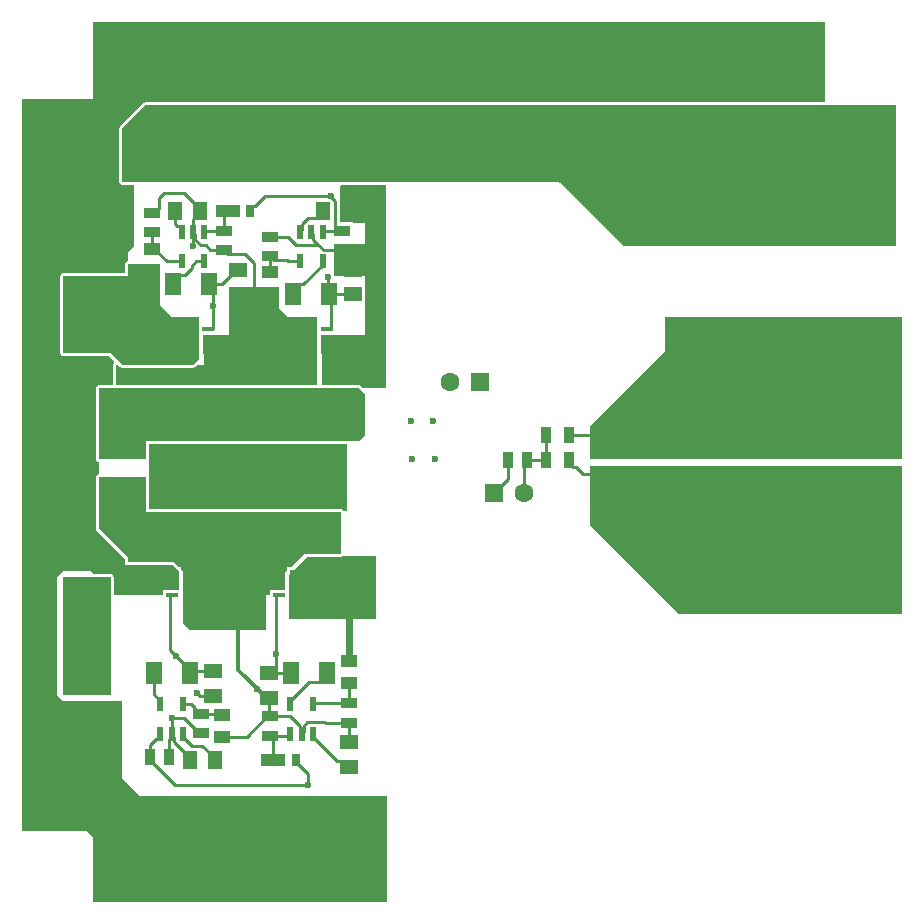
<source format=gtl>
G04*
G04 #@! TF.GenerationSoftware,Altium Limited,Altium Designer,20.1.12 (249)*
G04*
G04 Layer_Physical_Order=1*
G04 Layer_Color=255*
%FSLAX44Y44*%
%MOMM*%
G71*
G04*
G04 #@! TF.SameCoordinates,CC81BD5A-250F-4E5F-800E-8ED098A84927*
G04*
G04*
G04 #@! TF.FilePolarity,Positive*
G04*
G01*
G75*
%ADD13R,1.0000X0.3400*%
%ADD14R,0.8000X1.1000*%
%ADD15R,2.0000X1.1000*%
%ADD16R,2.8200X1.4300*%
%ADD17R,0.9500X1.4500*%
%ADD18R,1.2065X1.5082*%
%ADD19R,0.6000X1.2000*%
%ADD20R,1.4500X1.0500*%
%ADD21R,1.3561X1.8582*%
%ADD22R,1.5082X1.2065*%
%ADD23R,1.9062X1.5046*%
%ADD24R,3.6100X0.8100*%
%ADD25R,3.5200X1.2500*%
%ADD26R,1.3900X0.9600*%
%ADD27R,0.9600X1.3900*%
%ADD28R,5.4000X2.9000*%
%ADD50R,0.3400X2.2900*%
%ADD51R,0.3400X1.6400*%
%ADD52C,0.2540*%
%ADD53C,0.3000*%
%ADD54C,0.6000*%
%ADD55C,1.6000*%
%ADD56R,1.6000X1.6000*%
%ADD57C,1.2000*%
%ADD58R,1.2000X1.2000*%
%ADD59R,3.0000X3.0000*%
%ADD60C,3.0000*%
%ADD61R,2.4000X2.4000*%
%ADD62C,2.4000*%
%ADD63C,0.6000*%
G36*
X745000Y560000D02*
X515000D01*
X460000Y615000D01*
X90000D01*
Y660000D01*
X110000Y680000D01*
X745000D01*
Y560000D01*
D02*
G37*
G36*
X122000Y510000D02*
X132000Y500000D01*
X155000D01*
Y465000D01*
X150000Y460000D01*
X90000D01*
X80000Y470000D01*
X40000D01*
Y535000D01*
X95000D01*
Y545000D01*
X122000D01*
Y510000D01*
D02*
G37*
G36*
X223000Y507000D02*
X230000Y500000D01*
X255000D01*
Y442590D01*
X85000D01*
Y460000D01*
X86337D01*
X88169Y458169D01*
X89009Y457607D01*
X90000Y457410D01*
X150000D01*
X150991Y457607D01*
X151831Y458169D01*
X153663Y460000D01*
X159000D01*
Y468550D01*
X157850D01*
Y484950D01*
X159000D01*
Y485000D01*
X180000D01*
Y526000D01*
X223000D01*
Y507000D01*
D02*
G37*
G36*
X313000Y440000D02*
X293662D01*
X291831Y441831D01*
X290991Y442393D01*
X290000Y442590D01*
X259000D01*
Y468550D01*
X258100D01*
Y484950D01*
X259000D01*
Y485000D01*
X295000D01*
Y510919D01*
X295081D01*
Y528064D01*
X295000D01*
Y535000D01*
X269249D01*
X269000Y536254D01*
Y562000D01*
X295000D01*
Y580000D01*
X285490D01*
Y580440D01*
X274205D01*
Y598744D01*
X274000Y599772D01*
Y611000D01*
X275000Y612000D01*
X313000D01*
Y440000D01*
D02*
G37*
G36*
X750000Y382000D02*
Y381000D01*
Y380000D01*
X486000D01*
Y408000D01*
X549000Y471000D01*
Y500000D01*
X750000D01*
Y382000D01*
D02*
G37*
G36*
X295000Y435000D02*
Y400000D01*
X290000Y395000D01*
X110000D01*
Y380000D01*
X70000D01*
Y440000D01*
X290000D01*
X295000Y435000D01*
D02*
G37*
G36*
X280250Y336000D02*
X277387D01*
X276831Y336831D01*
X275991Y337393D01*
X275000Y337590D01*
X112590D01*
Y365000D01*
X112393Y365991D01*
X112250Y366205D01*
Y378796D01*
X112393Y379009D01*
X112590Y380000D01*
Y392410D01*
X280250D01*
Y336000D01*
D02*
G37*
G36*
X685000Y682590D02*
X110000D01*
X109009Y682393D01*
X108169Y681831D01*
X88169Y661831D01*
X87607Y660991D01*
X87410Y660000D01*
Y615000D01*
X87607Y614009D01*
X88169Y613169D01*
X89009Y612607D01*
X90000Y612410D01*
X100000D01*
Y560000D01*
X95000Y555000D01*
Y547590D01*
X94009Y547393D01*
X93169Y546831D01*
X92607Y545991D01*
X92410Y545000D01*
Y537590D01*
X40000D01*
X39009Y537393D01*
X38169Y536831D01*
X37607Y535991D01*
X37410Y535000D01*
Y470000D01*
X37607Y469009D01*
X38169Y468169D01*
X39009Y467607D01*
X40000Y467410D01*
X78927D01*
X83289Y463049D01*
X83169Y461831D01*
X82607Y460991D01*
X82410Y460000D01*
Y442590D01*
X70000D01*
X69009Y442393D01*
X68169Y441831D01*
X67607Y440991D01*
X67410Y440000D01*
Y380000D01*
X67607Y379009D01*
X68169Y378169D01*
X69009Y377607D01*
X70000Y377410D01*
Y367590D01*
X69009Y367393D01*
X68169Y366831D01*
X67607Y365991D01*
X67410Y365000D01*
Y321250D01*
X67607Y320259D01*
X68169Y319419D01*
X92410Y295177D01*
Y292500D01*
X92607Y291509D01*
X93169Y290669D01*
X94009Y290107D01*
X95000Y289910D01*
X132677D01*
X135929Y286659D01*
X136769Y286097D01*
X136936Y286064D01*
X137050Y285950D01*
X137250D01*
Y285750D01*
X137300Y285700D01*
X137333Y285534D01*
X137475Y285321D01*
X137572Y285086D01*
X137753Y284905D01*
X137894Y284693D01*
X138000Y284587D01*
Y268990D01*
X134627D01*
X133900Y269135D01*
X130600D01*
X129873Y268990D01*
X124710D01*
Y265000D01*
X83000Y265000D01*
X82590Y265410D01*
Y280000D01*
X82393Y280991D01*
X81831Y281831D01*
X80991Y282393D01*
X80000Y282590D01*
X65410D01*
X63000Y285000D01*
X40000Y285000D01*
X35000Y280000D01*
Y180000D01*
X40000Y175000D01*
X90000D01*
Y110000D01*
X105000Y95000D01*
X314000D01*
Y5000D01*
X65000Y5000D01*
Y60000D01*
X60000Y65000D01*
X5000D01*
Y685000D01*
X65000D01*
X65000Y750000D01*
X685000D01*
Y682590D01*
D02*
G37*
G36*
X750000Y249000D02*
X561000D01*
X486000Y324000D01*
Y374000D01*
X750000D01*
Y249000D01*
D02*
G37*
G36*
X305000Y245000D02*
X231414D01*
X231000Y246000D01*
Y282000D01*
X231650Y282650D01*
Y286450D01*
X235450D01*
X246410Y297410D01*
X275000D01*
X275991Y297607D01*
X276579Y298000D01*
X305000D01*
Y245000D01*
D02*
G37*
G36*
X110000Y335000D02*
X275000D01*
Y300000D01*
X243750D01*
X232790Y289040D01*
X231650D01*
X231400Y288990D01*
X229110D01*
Y286700D01*
X229060Y286450D01*
Y285310D01*
X227750Y284000D01*
Y270050D01*
X227500D01*
Y269490D01*
X215210D01*
Y265000D01*
X211250D01*
Y235000D01*
X147500D01*
X141250Y241250D01*
Y263050D01*
X141150D01*
Y285100D01*
X139726Y286525D01*
X139643Y286941D01*
X139490Y287169D01*
Y288490D01*
X137760D01*
X133750Y292500D01*
X95000D01*
Y296250D01*
X70000Y321250D01*
Y365000D01*
X110000D01*
Y335000D01*
D02*
G37*
G36*
X80000Y180000D02*
X40000D01*
Y280000D01*
X80000D01*
Y180000D01*
D02*
G37*
D13*
X222750Y265250D02*
D03*
X132250Y264750D02*
D03*
X263100Y489750D02*
D03*
X162850D02*
D03*
D14*
X198000Y590000D02*
D03*
X236750Y125000D02*
D03*
D15*
X179000Y590000D02*
D03*
X217750Y125000D02*
D03*
D16*
X60000Y267100D02*
D03*
Y292900D02*
D03*
Y457100D02*
D03*
Y482900D02*
D03*
Y547900D02*
D03*
Y522100D02*
D03*
Y167100D02*
D03*
Y192900D02*
D03*
X501115Y367100D02*
D03*
Y392900D02*
D03*
X535358Y367100D02*
D03*
Y392900D02*
D03*
D17*
X467750Y378957D02*
D03*
X448250D02*
D03*
Y400000D02*
D03*
X467750D02*
D03*
D18*
X134491Y590000D02*
D03*
X155509D02*
D03*
X147241Y125000D02*
D03*
X168259D02*
D03*
X280509Y590000D02*
D03*
X259491D02*
D03*
D19*
X159500Y547500D02*
D03*
X140500D02*
D03*
Y572500D02*
D03*
X150000D02*
D03*
X159500D02*
D03*
X232250Y147500D02*
D03*
X241750D02*
D03*
X251250D02*
D03*
Y172500D02*
D03*
X232250D02*
D03*
X122250Y147500D02*
D03*
X131750D02*
D03*
X141250D02*
D03*
Y172500D02*
D03*
X122250D02*
D03*
X259500Y572500D02*
D03*
X250000D02*
D03*
X240500D02*
D03*
Y547500D02*
D03*
X259500D02*
D03*
D20*
X174000Y163250D02*
D03*
Y144750D02*
D03*
X281750Y190750D02*
D03*
Y209250D02*
D03*
X115000Y539750D02*
D03*
Y558250D02*
D03*
X215000Y519750D02*
D03*
Y538250D02*
D03*
D21*
X132739Y528000D02*
D03*
X163261D02*
D03*
X232489Y199084D02*
D03*
X263011D02*
D03*
X147011D02*
D03*
X116489D02*
D03*
X234739Y520000D02*
D03*
X265261D02*
D03*
D22*
X281750Y140509D02*
D03*
Y119491D02*
D03*
X188000Y519491D02*
D03*
Y540509D02*
D03*
X213750Y198508D02*
D03*
Y177491D02*
D03*
X285000Y540509D02*
D03*
Y519491D02*
D03*
X166750Y200508D02*
D03*
Y179491D02*
D03*
D23*
X255000Y319992D02*
D03*
Y350008D02*
D03*
X215000Y319992D02*
D03*
Y350008D02*
D03*
X170000Y319992D02*
D03*
Y350008D02*
D03*
X130323Y319992D02*
D03*
Y350008D02*
D03*
D24*
X258370Y417500D02*
D03*
Y372500D02*
D03*
D25*
X216628Y414800D02*
D03*
Y375200D02*
D03*
X175385Y414800D02*
D03*
Y375200D02*
D03*
X134143Y414800D02*
D03*
Y375200D02*
D03*
D26*
X176000Y573100D02*
D03*
Y556900D02*
D03*
X214750Y145900D02*
D03*
Y162100D02*
D03*
X276000Y573100D02*
D03*
Y556900D02*
D03*
X281750Y173100D02*
D03*
Y156900D02*
D03*
X115000Y571900D02*
D03*
Y588100D02*
D03*
X156750Y164100D02*
D03*
Y147900D02*
D03*
X215000Y551900D02*
D03*
Y568100D02*
D03*
D27*
X113650Y127458D02*
D03*
X129850D02*
D03*
X432407Y379000D02*
D03*
X416208D02*
D03*
D28*
X615000Y580793D02*
D03*
Y481792D02*
D03*
D50*
X233350Y275000D02*
D03*
X142850Y274500D02*
D03*
X252500Y480000D02*
D03*
X152250D02*
D03*
D51*
X225750Y278250D02*
D03*
X135250Y277750D02*
D03*
X260100Y476750D02*
D03*
X159850D02*
D03*
D52*
X263750Y521511D02*
X265261Y520000D01*
X263750Y521511D02*
Y534250D01*
X166700Y496000D02*
Y524561D01*
X162850Y489750D02*
X166150D01*
X166580Y490180D01*
Y495880D01*
X166700Y496000D01*
X264500Y489750D02*
X266270D01*
X266700Y490180D01*
X130600Y265250D02*
X133900D01*
X130170Y264820D02*
X130600Y265250D01*
X130170Y260370D02*
Y264820D01*
X130050Y260250D02*
X130170Y260370D01*
X220480Y265250D02*
X222250D01*
X220050Y264820D02*
X220480Y265250D01*
X220050Y203300D02*
Y264820D01*
X212241Y177491D02*
X213750D01*
X174000Y144750D02*
X195250D01*
X156750Y164100D02*
X172900D01*
X256016Y561596D02*
X260302Y557310D01*
X251730Y565882D02*
X256016Y561596D01*
X215000Y568100D02*
X230512D01*
X237016Y561596D01*
X256016D01*
X130050Y218555D02*
X147011Y201595D01*
X150000Y560000D02*
Y572500D01*
X214750Y162100D02*
X232038D01*
X212600D02*
X214750D01*
X240020Y149230D02*
X241750Y147500D01*
X240020Y149230D02*
Y154118D01*
X232038Y162100D02*
X240020Y154118D01*
X113650Y127458D02*
Y138217D01*
X118202Y142770D01*
X120520D01*
X122250Y144500D01*
Y147500D01*
X131750Y159512D02*
X133238Y161000D01*
X131750Y146000D02*
X133480Y144270D01*
X142138Y161000D02*
X148060Y155078D01*
X131750Y147500D02*
Y159512D01*
X133238Y161000D02*
X142138D01*
X155509Y179491D02*
X166750D01*
X153000Y182000D02*
X155509Y179491D01*
X131750Y146000D02*
Y147500D01*
Y144500D02*
Y146000D01*
X147241Y125000D02*
Y126509D01*
X133480Y140270D02*
X147241Y126509D01*
X133480Y140270D02*
Y144270D01*
X129850Y127458D02*
Y142600D01*
X131750Y144500D01*
X154600Y147900D02*
X156750D01*
X148060Y154440D02*
X154600Y147900D01*
X148060Y154440D02*
Y155078D01*
X172900Y164100D02*
X173750Y163250D01*
X141250Y172500D02*
X148060D01*
X151070Y169490D01*
Y167630D02*
Y169490D01*
Y167630D02*
X154600Y164100D01*
X156750D01*
X113650Y125308D02*
Y127458D01*
Y125308D02*
X134958Y104000D01*
X247000D01*
X236750Y123500D02*
Y125000D01*
Y123500D02*
X247000Y113250D01*
Y104000D02*
Y113250D01*
X198000Y590000D02*
Y591500D01*
X200730Y594230D01*
X202230D01*
X211000Y603000D01*
X267000D01*
X260100Y573100D02*
X273000D01*
X270320Y575780D02*
X273000Y573100D01*
X270320Y575780D02*
Y598744D01*
X267000Y602064D02*
X270320Y598744D01*
X267000Y602064D02*
Y603000D01*
X467750Y376457D02*
Y378957D01*
Y376457D02*
X471230Y372977D01*
X473730D01*
X479607Y367100D01*
X501115D01*
X416208Y363372D02*
Y379000D01*
X404300Y351465D02*
X416208Y363372D01*
X429700Y376292D02*
X432407Y379000D01*
X429700Y351465D02*
Y376292D01*
X432450Y378957D02*
X448250D01*
X432407Y379000D02*
X432450Y378957D01*
X448250D02*
Y400000D01*
X467750D02*
X487065D01*
X494165Y392900D01*
X501115D01*
X130050Y218555D02*
Y260250D01*
X147011Y199084D02*
Y201595D01*
X215259Y198508D02*
X231914D01*
X215259D02*
X220050Y203300D01*
X213750Y198508D02*
X215259D01*
X251250Y172500D02*
X251850Y173100D01*
X281750D01*
Y190750D01*
Y140509D02*
Y156900D01*
X251250Y144500D02*
Y147500D01*
Y144500D02*
X271496Y124254D01*
X276987D01*
X281750Y119491D01*
X241750Y147500D02*
X243480Y149230D01*
Y154118D01*
X246672Y157310D01*
X261166D01*
X261576Y156900D01*
X281750D01*
X217750Y125000D02*
Y142900D01*
X214750Y145900D02*
X217750Y142900D01*
X214750Y145900D02*
X230650D01*
X232250Y147500D01*
X213750Y163100D02*
Y177491D01*
Y163100D02*
X214750Y162100D01*
X263011Y196573D02*
Y199084D01*
X257501Y191063D02*
X263011Y196573D01*
X247812Y191063D02*
X257501D01*
X232250Y175500D02*
X247812Y191063D01*
X232250Y172500D02*
Y175500D01*
X231914Y198508D02*
X232489Y199084D01*
X148436Y200508D02*
X166750D01*
X147011Y199084D02*
X148436Y200508D01*
X195250Y144750D02*
X212600Y162100D01*
X168259Y125000D02*
Y126509D01*
X148729Y137021D02*
X157747D01*
X168259Y126509D01*
X141250Y144500D02*
Y147500D01*
Y144500D02*
X148729Y137021D01*
X116489Y181261D02*
Y199084D01*
Y181261D02*
X122250Y175500D01*
Y172500D02*
Y175500D01*
X201629Y519750D02*
X215000D01*
X188259D02*
X201629D01*
X176000Y556900D02*
X179530Y553370D01*
X194100D01*
X201629Y545841D01*
Y519750D02*
Y545841D01*
X188000Y519491D02*
X188259Y519750D01*
X163261Y528000D02*
X166700Y524561D01*
X266700Y490180D02*
Y518561D01*
X265261Y520000D02*
X266700Y518561D01*
X276000Y556900D02*
X278150D01*
X281680Y553370D01*
Y543829D02*
Y553370D01*
Y543829D02*
X285000Y540509D01*
X250000Y572500D02*
X251730Y570770D01*
Y565882D02*
Y570770D01*
X260302Y557310D02*
X265106D01*
X265516Y556900D01*
X276000D01*
X259500Y572500D02*
X260100Y573100D01*
X240500Y572500D02*
X242230Y574230D01*
Y579118D01*
X246841Y583729D01*
X254729D01*
X259491Y588491D01*
Y590000D01*
X265261Y520000D02*
X284491D01*
X285000Y519491D01*
X259500Y544500D02*
Y547500D01*
X243021Y528021D02*
X259500Y544500D01*
X240250Y528021D02*
X243021D01*
X234739Y522511D02*
X240250Y528021D01*
X234739Y520000D02*
Y522511D01*
X215000Y538250D02*
Y551900D01*
X218530Y548370D01*
X229290D01*
X230160Y547500D01*
X240500D01*
X163261Y528000D02*
X173983D01*
X186491Y540509D01*
X188000D01*
X113000Y539750D02*
X115000D01*
X95350Y522100D02*
X113000Y539750D01*
X60000Y522100D02*
X95350D01*
X155509Y590000D02*
Y591509D01*
X142017Y605000D02*
X155509Y591509D01*
X125000Y605000D02*
X142017D01*
X115000Y588100D02*
X117150D01*
X120680Y591630D01*
Y600680D01*
X125000Y605000D01*
X115000Y558250D02*
Y571900D01*
X127750Y547500D02*
X140500D01*
X117000Y558250D02*
X127750Y547500D01*
X115000Y558250D02*
X117000D01*
X152690Y547500D02*
X159500D01*
X148884Y543694D02*
X152690Y547500D01*
X148884Y541496D02*
Y543694D01*
X143409Y536021D02*
X148884Y541496D01*
X138250Y536021D02*
X143409D01*
X132739Y530511D02*
X138250Y536021D01*
X132739Y528000D02*
Y530511D01*
X164488Y556900D02*
X176000D01*
X160477Y560911D02*
X164488Y556900D01*
X156701Y560911D02*
X160477D01*
X151730Y565882D02*
X156701Y560911D01*
X151730Y565882D02*
Y570770D01*
X150000Y572500D02*
X151730Y570770D01*
X176000Y573100D02*
Y587000D01*
X179000Y590000D01*
X159500Y572500D02*
X160100Y573100D01*
X176000D01*
X155509Y588491D02*
Y590000D01*
X150000Y582983D02*
X155509Y588491D01*
X150000Y572500D02*
Y582983D01*
X134491Y578649D02*
Y590000D01*
Y578649D02*
X135979Y577161D01*
X138770D01*
X140500Y575431D01*
Y572500D02*
Y575431D01*
D53*
X188000Y201733D02*
X212241Y177491D01*
X188000Y201733D02*
Y242000D01*
D54*
X281750Y209250D02*
Y250750D01*
X283000Y252000D01*
D55*
X429700Y351465D02*
D03*
X367300Y445000D02*
D03*
D56*
X404300Y351465D02*
D03*
X392700Y445000D02*
D03*
D57*
X276835Y705000D02*
D03*
X133792D02*
D03*
X419878D02*
D03*
X562920D02*
D03*
D58*
X276835Y655000D02*
D03*
X133792D02*
D03*
X419878D02*
D03*
X562920D02*
D03*
D59*
X701000Y338500D02*
D03*
D60*
X576000Y413500D02*
D03*
D61*
X90000Y400400D02*
D03*
D62*
Y349600D02*
D03*
D63*
X307000Y556000D02*
D03*
Y542000D02*
D03*
X263750Y534250D02*
D03*
X244250Y267250D02*
D03*
X235500D02*
D03*
X244000Y275250D02*
D03*
X235500Y275000D02*
D03*
X243750Y282750D02*
D03*
X235500Y283000D02*
D03*
X153750Y266750D02*
D03*
X145000D02*
D03*
X153500Y274750D02*
D03*
X145000Y274500D02*
D03*
X153250Y282250D02*
D03*
X145000Y282500D02*
D03*
X250350Y472000D02*
D03*
X242100Y472250D02*
D03*
X250350Y480000D02*
D03*
X241850Y479750D02*
D03*
X250350Y487750D02*
D03*
X241600D02*
D03*
X150100Y472000D02*
D03*
X141850Y472250D02*
D03*
X150100Y480000D02*
D03*
X141600Y479750D02*
D03*
X150100Y487750D02*
D03*
X141350D02*
D03*
X80000Y525000D02*
D03*
X90000D02*
D03*
X273000Y348000D02*
D03*
X236000D02*
D03*
X116000Y354000D02*
D03*
X152000Y348000D02*
D03*
X192000Y347000D02*
D03*
X273000Y361000D02*
D03*
X282000Y251000D02*
D03*
X355000Y380000D02*
D03*
X335000D02*
D03*
X353000Y412000D02*
D03*
X334000D02*
D03*
X166373Y509445D02*
D03*
X220000Y215000D02*
D03*
X135000Y213000D02*
D03*
X150000Y560000D02*
D03*
X204000Y185000D02*
D03*
X132000Y161000D02*
D03*
X603000Y256000D02*
D03*
Y277000D02*
D03*
Y304000D02*
D03*
Y331000D02*
D03*
Y355000D02*
D03*
X153000Y182000D02*
D03*
X120000Y270000D02*
D03*
X110000D02*
D03*
X100000D02*
D03*
X120000Y285000D02*
D03*
X110000D02*
D03*
X100000D02*
D03*
X68000Y227000D02*
D03*
X57000D02*
D03*
X46000D02*
D03*
X68000Y244000D02*
D03*
X57000D02*
D03*
X46000D02*
D03*
X247000Y104000D02*
D03*
X291000Y251000D02*
D03*
Y260000D02*
D03*
X267000Y603000D02*
D03*
X305000Y598000D02*
D03*
Y507000D02*
D03*
Y523000D02*
D03*
X286000Y447000D02*
D03*
Y458000D02*
D03*
Y469000D02*
D03*
Y480000D02*
D03*
X305000Y446000D02*
D03*
Y459000D02*
D03*
Y473000D02*
D03*
Y490000D02*
D03*
Y570000D02*
D03*
Y583000D02*
D03*
X30000Y172000D02*
D03*
Y158000D02*
D03*
X33000Y564000D02*
D03*
Y547000D02*
D03*
X30000Y459000D02*
D03*
Y441000D02*
D03*
X33000Y308000D02*
D03*
Y289000D02*
D03*
X53000Y114000D02*
D03*
X21000D02*
D03*
X294000Y54000D02*
D03*
X271000D02*
D03*
X112000Y55000D02*
D03*
X82000D02*
D03*
X492000Y636000D02*
D03*
Y663000D02*
D03*
X348000Y635000D02*
D03*
Y661000D02*
D03*
X204000Y637000D02*
D03*
Y659000D02*
D03*
X216000Y458000D02*
D03*
X207000D02*
D03*
X216000Y467000D02*
D03*
X207000D02*
D03*
X216000Y476000D02*
D03*
X207000D02*
D03*
X198000Y458000D02*
D03*
X189000D02*
D03*
X198000Y467000D02*
D03*
X189000D02*
D03*
X198000Y476000D02*
D03*
X189000D02*
D03*
X207000Y449000D02*
D03*
X198000D02*
D03*
X189000D02*
D03*
X178000D02*
D03*
X167000D02*
D03*
X155000D02*
D03*
X142000D02*
D03*
X129000D02*
D03*
X117000D02*
D03*
X105000D02*
D03*
X92000Y450000D02*
D03*
X242000Y362000D02*
D03*
X231000D02*
D03*
X198000D02*
D03*
X187000D02*
D03*
X153000D02*
D03*
X116000Y363000D02*
D03*
X65000Y505000D02*
D03*
X75000D02*
D03*
X55000D02*
D03*
X45000D02*
D03*
X90000Y515000D02*
D03*
X80000D02*
D03*
X273000Y251000D02*
D03*
X282000Y260000D02*
D03*
X273000D02*
D03*
X291000Y269000D02*
D03*
X282000D02*
D03*
X273000D02*
D03*
X291000Y278000D02*
D03*
X282000D02*
D03*
X273000D02*
D03*
X291000Y287000D02*
D03*
X282000D02*
D03*
X273000D02*
D03*
M02*

</source>
